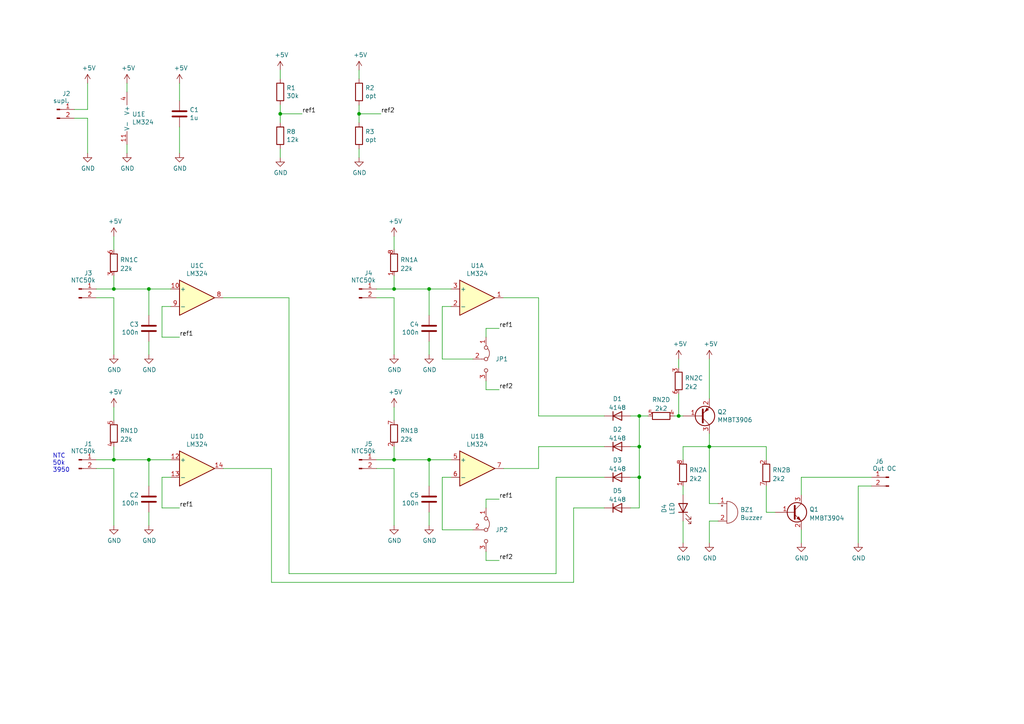
<source format=kicad_sch>
(kicad_sch (version 20211123) (generator eeschema)
  (paper "A4")
  (lib_symbols
    (symbol "Amplifier_Operational:LM324" (pin_names (offset 0.127))
      (property "Reference" "U" (at 0 5.08 0))
      (property "Value" "LM324" (at 0 -5.08 0))
      (symbol "LM324_1_1"
        (polyline (pts (xy -5.08 5.08) (xy 5.08 0) (xy -5.08 -5.08) (xy -5.08 5.08)) (stroke (width 0.254)) (fill (type background)))
        (pin output line (at 7.62 0 180) (length 2.54) (name "~") (number "1"))
        (pin input line (at -7.62 -2.54 0) (length 2.54) (name "-") (number "2"))
        (pin input line (at -7.62 2.54 0) (length 2.54) (name "+") (number "3"))
      )
      (symbol "LM324_2_1"
        (polyline (pts (xy -5.08 5.08) (xy 5.08 0) (xy -5.08 -5.08) (xy -5.08 5.08)) (stroke (width 0.254)) (fill (type background)))
        (pin input line (at -7.62 2.54 0) (length 2.54) (name "+") (number "5"))
        (pin input line (at -7.62 -2.54 0) (length 2.54) (name "-") (number "6"))
        (pin output line (at 7.62 0 180) (length 2.54) (name "~") (number "7"))
      )
      (symbol "LM324_3_1"
        (polyline (pts (xy -5.08 5.08) (xy 5.08 0) (xy -5.08 -5.08) (xy -5.08 5.08)) (stroke (width 0.254)) (fill (type background)))
        (pin input line (at -7.62 2.54 0) (length 2.54) (name "+") (number "10"))
        (pin output line (at 7.62 0 180) (length 2.54) (name "~") (number "8"))
        (pin input line (at -7.62 -2.54 0) (length 2.54) (name "-") (number "9"))
      )
      (symbol "LM324_4_1"
        (polyline (pts (xy -5.08 5.08) (xy 5.08 0) (xy -5.08 -5.08) (xy -5.08 5.08)) (stroke (width 0.254)) (fill (type background)))
        (pin input line (at -7.62 2.54 0) (length 2.54) (name "+") (number "12"))
        (pin input line (at -7.62 -2.54 0) (length 2.54) (name "-") (number "13"))
        (pin output line (at 7.62 0 180) (length 2.54) (name "~") (number "14"))
      )
      (symbol "LM324_5_1"
        (pin power_in line (at -2.54 -7.62 90) (length 3.81) (name "V-") (number "11"))
        (pin power_in line (at -2.54 7.62 270) (length 3.81) (name "V+") (number "4"))
      )
    )
    (symbol "Connector:Conn_01x02_Male" (pin_names (offset 1.016) hide)
      (property "Reference" "J" (at 0 2.54 0))
      (property "Value" "Conn_01x02_Male" (at 0 -5.08 0))
      (symbol "Conn_01x02_Male_1_1"
        (polyline (pts (xy 1.27 -2.54) (xy 0.8636 -2.54)) (stroke (width 0.1524)))
        (polyline (pts (xy 1.27 0) (xy 0.8636 0)) (stroke (width 0.1524)))
        (rectangle (start 0.8636 -2.413) (end 0 -2.667) (stroke (width 0.1524)) (fill (type outline)))
        (rectangle (start 0.8636 0.127) (end 0 -0.127) (stroke (width 0.1524)) (fill (type outline)))
        (pin passive line (at 5.08 0 180) (length 3.81) (name "Pin_1") (number "1"))
        (pin passive line (at 5.08 -2.54 180) (length 3.81) (name "Pin_2") (number "2"))
      )
    )
    (symbol "Device:Buzzer" (pin_names (offset 0.0254) hide)
      (property "Reference" "BZ" (at 3.81 1.27 0))
      (property "Value" "Buzzer" (at 3.81 -1.27 0))
      (symbol "Buzzer_0_1"
        (arc (start 0 -3.175) (mid 3.175 0) (end 0 3.175))
        (polyline (pts (xy -1.651 1.905) (xy -1.143 1.905)))
        (polyline (pts (xy -1.397 2.159) (xy -1.397 1.651)))
        (polyline (pts (xy 0 3.175) (xy 0 -3.175)))
      )
      (symbol "Buzzer_1_1"
        (pin passive line (at -2.54 2.54 0) (length 2.54) (name "-") (number "1"))
        (pin passive line (at -2.54 -2.54 0) (length 2.54) (name "+") (number "2"))
      )
    )
    (symbol "Device:C" (pin_numbers hide) (pin_names (offset 0.254))
      (property "Reference" "C" (at 0.635 2.54 0))
      (property "Value" "C" (at 0.635 -2.54 0))
      (symbol "C_0_1"
        (polyline (pts (xy -2.032 -0.762) (xy 2.032 -0.762)) (stroke (width 0.508)))
        (polyline (pts (xy -2.032 0.762) (xy 2.032 0.762)) (stroke (width 0.508)))
      )
      (symbol "C_1_1"
        (pin passive line (at 0 3.81 270) (length 2.794) (name "~") (number "1"))
        (pin passive line (at 0 -3.81 90) (length 2.794) (name "~") (number "2"))
      )
    )
    (symbol "Device:D" (pin_numbers hide) (pin_names (offset 1.016) hide)
      (property "Reference" "D" (at 0 2.54 0))
      (property "Value" "D" (at 0 -2.54 0))
      (symbol "D_0_1"
        (polyline (pts (xy -1.27 1.27) (xy -1.27 -1.27)) (stroke (width 0.254)))
        (polyline (pts (xy 1.27 0) (xy -1.27 0)))
        (polyline (pts (xy 1.27 1.27) (xy 1.27 -1.27) (xy -1.27 0) (xy 1.27 1.27)) (stroke (width 0.254)))
      )
      (symbol "D_1_1"
        (pin passive line (at -3.81 0 0) (length 2.54) (name "K") (number "1"))
        (pin passive line (at 3.81 0 180) (length 2.54) (name "A") (number "2"))
      )
    )
    (symbol "Device:LED" (pin_numbers hide) (pin_names (offset 1.016) hide)
      (property "Reference" "D" (at 0 2.54 0))
      (property "Value" "LED" (at 0 -2.54 0))
      (symbol "LED_0_1"
        (polyline (pts (xy -1.27 -1.27) (xy -1.27 1.27)) (stroke (width 0.254)))
        (polyline (pts (xy -1.27 0) (xy 1.27 0)))
        (polyline (pts (xy 1.27 -1.27) (xy 1.27 1.27) (xy -1.27 0) (xy 1.27 -1.27)) (stroke (width 0.254)))
        (polyline (pts (xy -3.048 -0.762) (xy -4.572 -2.286) (xy -3.81 -2.286) (xy -4.572 -2.286) (xy -4.572 -1.524)))
        (polyline (pts (xy -1.778 -0.762) (xy -3.302 -2.286) (xy -2.54 -2.286) (xy -3.302 -2.286) (xy -3.302 -1.524)))
      )
      (symbol "LED_1_1"
        (pin passive line (at -3.81 0 0) (length 2.54) (name "K") (number "1"))
        (pin passive line (at 3.81 0 180) (length 2.54) (name "A") (number "2"))
      )
    )
    (symbol "Device:R" (pin_numbers hide) (pin_names (offset 0))
      (property "Reference" "R" (at 2.032 0 90))
      (property "Value" "R" (at 0 0 90))
      (symbol "R_0_1"
        (rectangle (start -1.016 -2.54) (end 1.016 2.54) (stroke (width 0.254)))
      )
      (symbol "R_1_1"
        (pin passive line (at 0 3.81 270) (length 1.27) (name "~") (number "1"))
        (pin passive line (at 0 -3.81 90) (length 1.27) (name "~") (number "2"))
      )
    )
    (symbol "Device:R_Pack04_Split" (pin_names (offset 0) hide)
      (property "Reference" "RN" (at 2.032 0 90))
      (property "Value" "R_Pack04_Split" (at 0 0 90))
      (symbol "R_Pack04_Split_0_1"
        (rectangle (start 1.016 2.54) (end -1.016 -2.54) (stroke (width 0.254)))
      )
      (symbol "R_Pack04_Split_1_1"
        (pin passive line (at 0 -3.81 90) (length 1.27) (name "R1.1") (number "1"))
        (pin passive line (at 0 3.81 270) (length 1.27) (name "R1.2") (number "8"))
      )
      (symbol "R_Pack04_Split_2_1"
        (pin passive line (at 0 -3.81 90) (length 1.27) (name "R2.1") (number "2"))
        (pin passive line (at 0 3.81 270) (length 1.27) (name "R2.2") (number "7"))
      )
      (symbol "R_Pack04_Split_3_1"
        (pin passive line (at 0 -3.81 90) (length 1.27) (name "R3.1") (number "3"))
        (pin passive line (at 0 3.81 270) (length 1.27) (name "R3.2") (number "6"))
      )
      (symbol "R_Pack04_Split_4_1"
        (pin passive line (at 0 -3.81 90) (length 1.27) (name "R4.1") (number "4"))
        (pin passive line (at 0 3.81 270) (length 1.27) (name "R4.2") (number "5"))
      )
    )
    (symbol "Jumper:Jumper_3_Bridged12" (pin_names (offset 0) hide)
      (property "Reference" "JP" (at -2.54 -2.54 0))
      (property "Value" "Jumper_3_Bridged12" (at 0 2.794 0))
      (symbol "Jumper_3_Bridged12_0_0"
        (circle (center -3.302 0) (radius 0.508))
        (circle (center 0 0) (radius 0.508))
        (circle (center 3.302 0) (radius 0.508))
      )
      (symbol "Jumper_3_Bridged12_0_1"
        (arc (start -0.254 0.508) (mid -1.651 0.9912) (end -3.048 0.508))
        (polyline (pts (xy 0 -1.27) (xy 0 -0.508)))
      )
      (symbol "Jumper_3_Bridged12_1_1"
        (pin passive line (at -6.35 0 0) (length 2.54) (name "A") (number "1"))
        (pin passive line (at 0 -3.81 90) (length 2.54) (name "C") (number "2"))
        (pin passive line (at 6.35 0 180) (length 2.54) (name "B") (number "3"))
      )
    )
    (symbol "Transistor_BJT:MMBT3904" (pin_names (offset 0) hide)
      (property "Reference" "Q" (at 5.08 1.905 0))
      (property "Value" "MMBT3904" (at 5.08 0 0))
      (symbol "MMBT3904_0_1"
        (polyline (pts (xy 0.635 0.635) (xy 2.54 2.54)))
        (polyline (pts (xy 0.635 -0.635) (xy 2.54 -2.54) (xy 2.54 -2.54)))
        (polyline (pts (xy 0.635 1.905) (xy 0.635 -1.905) (xy 0.635 -1.905)) (stroke (width 0.508)))
        (polyline (pts (xy 1.27 -1.778) (xy 1.778 -1.27) (xy 2.286 -2.286) (xy 1.27 -1.778) (xy 1.27 -1.778)) (fill (type outline)))
        (circle (center 1.27 0) (radius 2.8194) (stroke (width 0.254)))
      )
      (symbol "MMBT3904_1_1"
        (pin input line (at -5.08 0 0) (length 5.715) (name "B") (number "1"))
        (pin passive line (at 2.54 -5.08 90) (length 2.54) (name "E") (number "2"))
        (pin passive line (at 2.54 5.08 270) (length 2.54) (name "C") (number "3"))
      )
    )
    (symbol "Transistor_BJT:MMBT3906" (pin_names (offset 0) hide)
      (property "Reference" "Q" (at 5.08 1.905 0))
      (property "Value" "MMBT3906" (at 5.08 0 0))
      (symbol "MMBT3906_0_1"
        (polyline (pts (xy 0.635 0.635) (xy 2.54 2.54)))
        (polyline (pts (xy 0.635 -0.635) (xy 2.54 -2.54) (xy 2.54 -2.54)))
        (polyline (pts (xy 0.635 1.905) (xy 0.635 -1.905) (xy 0.635 -1.905)) (stroke (width 0.508)))
        (polyline (pts (xy 2.286 -1.778) (xy 1.778 -2.286) (xy 1.27 -1.27) (xy 2.286 -1.778) (xy 2.286 -1.778)) (fill (type outline)))
        (circle (center 1.27 0) (radius 2.8194) (stroke (width 0.254)))
      )
      (symbol "MMBT3906_1_1"
        (pin input line (at -5.08 0 0) (length 5.715) (name "B") (number "1"))
        (pin passive line (at 2.54 -5.08 90) (length 2.54) (name "E") (number "2"))
        (pin passive line (at 2.54 5.08 270) (length 2.54) (name "C") (number "3"))
      )
    )
    (symbol "power:+5V" (power) (pin_names (offset 0))
      (property "Value" "+5V" (at 0 3.556 0))
      (symbol "+5V_0_1"
        (polyline (pts (xy -0.762 1.27) (xy 0 2.54)))
        (polyline (pts (xy 0 0) (xy 0 2.54)))
        (polyline (pts (xy 0 2.54) (xy 0.762 1.27)))
      )
      (symbol "+5V_1_1"
        (pin power_in line (at 0 0 90) (length 0) hide (name "+5V") (number "1"))
      )
    )
    (symbol "power:GND" (power) (pin_names (offset 0))
      (property "Value" "GND" (at 0 -3.81 0))
      (symbol "GND_0_1"
        (polyline (pts (xy 0 0) (xy 0 -1.27) (xy 1.27 -1.27) (xy 0 -2.54) (xy -1.27 -1.27) (xy 0 -1.27)))
      )
      (symbol "GND_1_1"
        (pin power_in line (at 0 0 270) (length 0) hide (name "GND") (number "1"))
      )
    )
  )
  (junction (at 124.46 83.82))
  (junction (at 185.42 129.54))
  (junction (at 33.02 133.35))
  (junction (at 81.28 33.02))
  (junction (at 185.42 138.43))
  (junction (at 205.74 129.54))
  (junction (at 43.18 133.35))
  (junction (at 104.14 33.02))
  (junction (at 124.46 133.35))
  (junction (at 185.42 120.65))
  (junction (at 114.3 83.82))
  (junction (at 196.85 120.65))
  (junction (at 33.02 83.82))
  (junction (at 114.3 133.35))
  (junction (at 43.18 83.82))
  (wire (pts (xy 166.37 147.32) (xy 166.37 168.91)))
  (wire (pts (xy 195.58 120.65) (xy 196.85 120.65)))
  (wire (pts (xy 109.22 86.36) (xy 114.3 86.36)))
  (wire (pts (xy 140.97 144.78) (xy 144.78 144.78)))
  (wire (pts (xy 104.14 43.18) (xy 104.14 45.72)))
  (wire (pts (xy 33.02 133.35) (xy 33.02 129.54)))
  (wire (pts (xy 83.82 86.36) (xy 83.82 166.37)))
  (wire (pts (xy 49.53 138.43) (xy 46.99 138.43)))
  (wire (pts (xy 27.94 83.82) (xy 33.02 83.82)))
  (wire (pts (xy 114.3 86.36) (xy 114.3 102.87)))
  (wire (pts (xy 140.97 95.25) (xy 144.78 95.25)))
  (wire (pts (xy 43.18 99.06) (xy 43.18 102.87)))
  (wire (pts (xy 21.59 34.29) (xy 25.4 34.29)))
  (wire (pts (xy 114.3 83.82) (xy 114.3 80.01)))
  (wire (pts (xy 185.42 120.65) (xy 187.96 120.65)))
  (wire (pts (xy 208.28 151.13) (xy 205.74 151.13)))
  (wire (pts (xy 49.53 88.9) (xy 46.99 88.9)))
  (wire (pts (xy 198.12 151.13) (xy 198.12 157.48)))
  (wire (pts (xy 232.41 153.67) (xy 232.41 157.48)))
  (wire (pts (xy 36.83 24.13) (xy 36.83 26.67)))
  (wire (pts (xy 182.88 138.43) (xy 185.42 138.43)))
  (wire (pts (xy 140.97 147.32) (xy 140.97 144.78)))
  (wire (pts (xy 104.14 33.02) (xy 110.49 33.02)))
  (wire (pts (xy 52.07 24.13) (xy 52.07 29.21)))
  (wire (pts (xy 198.12 140.97) (xy 198.12 143.51)))
  (wire (pts (xy 114.3 68.58) (xy 114.3 72.39)))
  (wire (pts (xy 25.4 31.75) (xy 25.4 24.13)))
  (wire (pts (xy 27.94 86.36) (xy 33.02 86.36)))
  (wire (pts (xy 140.97 160.02) (xy 140.97 162.56)))
  (wire (pts (xy 182.88 120.65) (xy 185.42 120.65)))
  (wire (pts (xy 33.02 68.58) (xy 33.02 72.39)))
  (wire (pts (xy 156.21 135.89) (xy 146.05 135.89)))
  (wire (pts (xy 175.26 120.65) (xy 156.21 120.65)))
  (wire (pts (xy 128.27 88.9) (xy 128.27 104.14)))
  (wire (pts (xy 124.46 133.35) (xy 124.46 140.97)))
  (wire (pts (xy 124.46 83.82) (xy 124.46 91.44)))
  (wire (pts (xy 156.21 86.36) (xy 146.05 86.36)))
  (wire (pts (xy 81.28 33.02) (xy 87.63 33.02)))
  (wire (pts (xy 33.02 118.11) (xy 33.02 121.92)))
  (wire (pts (xy 196.85 120.65) (xy 198.12 120.65)))
  (wire (pts (xy 128.27 138.43) (xy 128.27 153.67)))
  (wire (pts (xy 33.02 83.82) (xy 43.18 83.82)))
  (wire (pts (xy 21.59 31.75) (xy 25.4 31.75)))
  (wire (pts (xy 222.25 133.35) (xy 222.25 129.54)))
  (wire (pts (xy 232.41 143.51) (xy 232.41 138.43)))
  (wire (pts (xy 252.73 140.97) (xy 248.92 140.97)))
  (wire (pts (xy 114.3 135.89) (xy 114.3 152.4)))
  (wire (pts (xy 166.37 168.91) (xy 78.74 168.91)))
  (wire (pts (xy 140.97 113.03) (xy 144.78 113.03)))
  (wire (pts (xy 104.14 20.32) (xy 104.14 22.86)))
  (wire (pts (xy 78.74 168.91) (xy 78.74 135.89)))
  (wire (pts (xy 140.97 110.49) (xy 140.97 113.03)))
  (wire (pts (xy 205.74 115.57) (xy 205.74 104.14)))
  (wire (pts (xy 124.46 133.35) (xy 130.81 133.35)))
  (wire (pts (xy 43.18 83.82) (xy 43.18 91.44)))
  (wire (pts (xy 175.26 147.32) (xy 166.37 147.32)))
  (wire (pts (xy 161.29 166.37) (xy 161.29 138.43)))
  (wire (pts (xy 46.99 97.79) (xy 52.07 97.79)))
  (wire (pts (xy 161.29 138.43) (xy 175.26 138.43)))
  (wire (pts (xy 81.28 20.32) (xy 81.28 22.86)))
  (wire (pts (xy 196.85 114.3) (xy 196.85 120.65)))
  (wire (pts (xy 205.74 125.73) (xy 205.74 129.54)))
  (wire (pts (xy 46.99 138.43) (xy 46.99 147.32)))
  (wire (pts (xy 109.22 133.35) (xy 114.3 133.35)))
  (wire (pts (xy 232.41 138.43) (xy 252.73 138.43)))
  (wire (pts (xy 25.4 34.29) (xy 25.4 44.45)))
  (wire (pts (xy 33.02 86.36) (xy 33.02 102.87)))
  (wire (pts (xy 182.88 129.54) (xy 185.42 129.54)))
  (wire (pts (xy 175.26 129.54) (xy 156.21 129.54)))
  (wire (pts (xy 114.3 83.82) (xy 124.46 83.82)))
  (wire (pts (xy 198.12 133.35) (xy 198.12 129.54)))
  (wire (pts (xy 222.25 148.59) (xy 222.25 140.97)))
  (wire (pts (xy 114.3 118.11) (xy 114.3 121.92)))
  (wire (pts (xy 81.28 33.02) (xy 81.28 35.56)))
  (wire (pts (xy 205.74 151.13) (xy 205.74 157.48)))
  (wire (pts (xy 124.46 99.06) (xy 124.46 102.87)))
  (wire (pts (xy 33.02 135.89) (xy 33.02 152.4)))
  (wire (pts (xy 156.21 120.65) (xy 156.21 86.36)))
  (wire (pts (xy 196.85 106.68) (xy 196.85 104.14)))
  (wire (pts (xy 81.28 43.18) (xy 81.28 45.72)))
  (wire (pts (xy 248.92 140.97) (xy 248.92 157.48)))
  (wire (pts (xy 46.99 147.32) (xy 52.07 147.32)))
  (wire (pts (xy 109.22 135.89) (xy 114.3 135.89)))
  (wire (pts (xy 114.3 133.35) (xy 124.46 133.35)))
  (wire (pts (xy 27.94 133.35) (xy 33.02 133.35)))
  (wire (pts (xy 104.14 30.48) (xy 104.14 33.02)))
  (wire (pts (xy 124.46 83.82) (xy 130.81 83.82)))
  (wire (pts (xy 137.16 153.67) (xy 128.27 153.67)))
  (wire (pts (xy 182.88 147.32) (xy 185.42 147.32)))
  (wire (pts (xy 185.42 129.54) (xy 185.42 120.65)))
  (wire (pts (xy 137.16 104.14) (xy 128.27 104.14)))
  (wire (pts (xy 205.74 129.54) (xy 205.74 146.05)))
  (wire (pts (xy 130.81 88.9) (xy 128.27 88.9)))
  (wire (pts (xy 78.74 135.89) (xy 64.77 135.89)))
  (wire (pts (xy 64.77 86.36) (xy 83.82 86.36)))
  (wire (pts (xy 43.18 133.35) (xy 49.53 133.35)))
  (wire (pts (xy 140.97 162.56) (xy 144.78 162.56)))
  (wire (pts (xy 52.07 36.83) (xy 52.07 44.45)))
  (wire (pts (xy 43.18 83.82) (xy 49.53 83.82)))
  (wire (pts (xy 81.28 30.48) (xy 81.28 33.02)))
  (wire (pts (xy 43.18 148.59) (xy 43.18 152.4)))
  (wire (pts (xy 43.18 133.35) (xy 43.18 140.97)))
  (wire (pts (xy 124.46 148.59) (xy 124.46 152.4)))
  (wire (pts (xy 130.81 138.43) (xy 128.27 138.43)))
  (wire (pts (xy 185.42 147.32) (xy 185.42 138.43)))
  (wire (pts (xy 198.12 129.54) (xy 205.74 129.54)))
  (wire (pts (xy 46.99 88.9) (xy 46.99 97.79)))
  (wire (pts (xy 222.25 129.54) (xy 205.74 129.54)))
  (wire (pts (xy 185.42 138.43) (xy 185.42 129.54)))
  (wire (pts (xy 27.94 135.89) (xy 33.02 135.89)))
  (wire (pts (xy 208.28 146.05) (xy 205.74 146.05)))
  (wire (pts (xy 36.83 44.45) (xy 36.83 41.91)))
  (wire (pts (xy 140.97 97.79) (xy 140.97 95.25)))
  (wire (pts (xy 114.3 133.35) (xy 114.3 129.54)))
  (wire (pts (xy 224.79 148.59) (xy 222.25 148.59)))
  (wire (pts (xy 109.22 83.82) (xy 114.3 83.82)))
  (wire (pts (xy 104.14 33.02) (xy 104.14 35.56)))
  (wire (pts (xy 83.82 166.37) (xy 161.29 166.37)))
  (wire (pts (xy 156.21 129.54) (xy 156.21 135.89)))
  (wire (pts (xy 33.02 133.35) (xy 43.18 133.35)))
  (wire (pts (xy 33.02 83.82) (xy 33.02 80.01)))
  (text "NTC\n50k\n3950" (at 15.24 137.16 0) (effects (font (size 1.27 1.27)) (justify left bottom)))
  (label "ref1" (at 87.63 33.02 0))
  (label "ref1" (at 144.78 144.78 0))
  (label "ref1" (at 144.78 95.25 0))
  (label "ref2" (at 144.78 162.56 0))
  (label "ref2" (at 144.78 113.03 0))
  (label "ref1" (at 52.07 97.79 0))
  (label "ref2" (at 110.49 33.02 0))
  (label "ref1" (at 52.07 147.32 0))
  (symbol (lib_id "Amplifier_Operational:LM324") (at 138.43 86.36 0) (unit 1)
    (property "Reference" "U1" (at 138.43 77.0382 0))
    (property "Value" "LM324" (at 138.43 79.3496 0))
    (property "Footprint" "Package_SO:SOIC-14_3.9x8.7mm_P1.27mm" (effects hide))
    (property "Datasheet" "http://www.ti.com/lit/ds/symlink/lm2902-n.pdf" (effects hide))
  )
  (symbol (lib_id "Amplifier_Operational:LM324") (at 138.43 135.89 0) (unit 2)
    (property "Reference" "U1" (at 138.43 126.5682 0))
    (property "Value" "LM324" (at 138.43 128.8796 0))
    (property "Footprint" "Package_SO:SOIC-14_3.9x8.7mm_P1.27mm" (effects hide))
    (property "Datasheet" "http://www.ti.com/lit/ds/symlink/lm2902-n.pdf" (effects hide))
  )
  (symbol (lib_id "Amplifier_Operational:LM324") (at 57.15 86.36 0) (unit 3)
    (property "Reference" "U1" (at 57.15 77.0382 0))
    (property "Value" "LM324" (at 57.15 79.3496 0))
    (property "Footprint" "Package_SO:SOIC-14_3.9x8.7mm_P1.27mm" (effects hide))
    (property "Datasheet" "http://www.ti.com/lit/ds/symlink/lm2902-n.pdf" (effects hide))
  )
  (symbol (lib_id "Amplifier_Operational:LM324") (at 57.15 135.89 0) (unit 4)
    (property "Reference" "U1" (at 57.15 126.5682 0))
    (property "Value" "LM324" (at 57.15 128.8796 0))
    (property "Footprint" "Package_SO:SOIC-14_3.9x8.7mm_P1.27mm" (effects hide))
    (property "Datasheet" "http://www.ti.com/lit/ds/symlink/lm2902-n.pdf" (effects hide))
  )
  (symbol (lib_id "Amplifier_Operational:LM324") (at 39.37 34.29 0) (unit 5)
    (property "Reference" "U1" (at 38.3032 33.1216 0) (effects (justify left)))
    (property "Value" "LM324" (at 38.3032 35.433 0) (effects (justify left)))
    (property "Footprint" "Package_SO:SOIC-14_3.9x8.7mm_P1.27mm" (effects hide))
    (property "Datasheet" "http://www.ti.com/lit/ds/symlink/lm2902-n.pdf" (effects hide))
  )
  (symbol (lib_id "Device:R") (at 81.28 39.37 0) (unit 1)
    (property "Reference" "R8" (at 83.058 38.2016 0) (effects (justify left)))
    (property "Value" "12k" (at 83.058 40.513 0) (effects (justify left)))
    (property "Footprint" "Resistor_SMD:R_1206_3216Metric" (effects hide))
  )
  (symbol (lib_id "Device:LED") (at 198.12 147.32 90) (unit 1)
    (property "Reference" "D4" (at 192.6082 147.4978 0))
    (property "Value" "LED" (at 194.9196 147.4978 0))
    (property "Footprint" "LED_THT:LED_D3.0mm" (effects hide))
  )
  (symbol (lib_id "power:+5V") (at 36.83 24.13 0) (unit 1)
    (property "Reference" "#PWR01" (effects hide))
    (property "Value" "+5V" (at 37.211 19.7358 0))
  )
  (symbol (lib_id "power:GND") (at 36.83 44.45 0) (unit 1)
    (property "Reference" "#PWR04" (effects hide))
    (property "Value" "GND" (at 36.957 48.8442 0))
  )
  (symbol (lib_id "Connector:Conn_01x02_Male") (at 22.86 133.35 0) (unit 1)
    (property "Reference" "J1" (at 25.6032 128.7526 0))
    (property "Value" "NTC50k" (at 24.13 130.81 0))
    (property "Footprint" "Connector_PinSocket_2.54mm:PinSocket_1x02_P2.54mm_Vertical" (effects hide))
  )
  (symbol (lib_id "power:GND") (at 33.02 152.4 0) (unit 1)
    (property "Reference" "#PWR08" (effects hide))
    (property "Value" "GND" (at 33.147 156.7942 0))
  )
  (symbol (lib_id "Device:C") (at 43.18 144.78 0) (mirror x) (unit 1)
    (property "Reference" "C2" (at 40.259 143.6116 0) (effects (justify right)))
    (property "Value" "100n" (at 40.259 145.923 0) (effects (justify right)))
    (property "Footprint" "Capacitor_SMD:C_0805_2012Metric" (effects hide))
  )
  (symbol (lib_id "power:GND") (at 43.18 152.4 0) (unit 1)
    (property "Reference" "#PWR09" (effects hide))
    (property "Value" "GND" (at 43.307 156.7942 0))
  )
  (symbol (lib_id "power:+5V") (at 33.02 118.11 0) (unit 1)
    (property "Reference" "#PWR06" (effects hide))
    (property "Value" "+5V" (at 33.401 113.7158 0))
  )
  (symbol (lib_id "Device:C") (at 52.07 33.02 0) (unit 1)
    (property "Reference" "C1" (at 54.991 31.8516 0) (effects (justify left)))
    (property "Value" "1u" (at 54.991 34.163 0) (effects (justify left)))
    (property "Footprint" "Capacitor_SMD:C_0805_2012Metric" (effects hide))
  )
  (symbol (lib_id "power:+5V") (at 52.07 24.13 0) (unit 1)
    (property "Reference" "#PWR02" (effects hide))
    (property "Value" "+5V" (at 52.451 19.7358 0))
  )
  (symbol (lib_id "power:GND") (at 52.07 44.45 0) (unit 1)
    (property "Reference" "#PWR05" (effects hide))
    (property "Value" "GND" (at 52.197 48.8442 0))
  )
  (symbol (lib_id "Device:Buzzer") (at 210.82 148.59 0) (unit 1)
    (property "Reference" "BZ1" (at 214.6808 147.8534 0) (effects (justify left)))
    (property "Value" "Buzzer" (at 214.6808 150.1648 0) (effects (justify left)))
    (property "Footprint" "Buzzer_Beeper:MagneticBuzzer_Kingstate_KCG0601" (effects hide))
  )
  (symbol (lib_id "Connector:Conn_01x02_Male") (at 16.51 31.75 0) (unit 1)
    (property "Reference" "J2" (at 19.2532 27.1526 0))
    (property "Value" "supl." (at 17.78 29.21 0))
    (property "Footprint" "Connector_PinSocket_2.54mm:PinSocket_1x02_P2.54mm_Vertical" (effects hide))
  )
  (symbol (lib_id "power:+5V") (at 25.4 24.13 0) (unit 1)
    (property "Reference" "#PWR0101" (effects hide))
    (property "Value" "+5V" (at 25.781 19.7358 0))
  )
  (symbol (lib_id "power:GND") (at 25.4 44.45 0) (unit 1)
    (property "Reference" "#PWR0102" (effects hide))
    (property "Value" "GND" (at 25.527 48.8442 0))
  )
  (symbol (lib_id "Connector:Conn_01x02_Male") (at 104.14 133.35 0) (unit 1)
    (property "Reference" "J5" (at 106.8832 128.7526 0))
    (property "Value" "NTC50k" (at 105.41 130.81 0))
    (property "Footprint" "Connector_PinSocket_2.54mm:PinSocket_1x02_P2.54mm_Vertical" (effects hide))
  )
  (symbol (lib_id "power:GND") (at 198.12 157.48 0) (unit 1)
    (property "Reference" "#PWR0121" (effects hide))
    (property "Value" "GND" (at 198.247 161.8742 0))
  )
  (symbol (lib_id "power:GND") (at 124.46 102.87 0) (unit 1)
    (property "Reference" "#PWR0114" (effects hide))
    (property "Value" "GND" (at 124.587 107.2642 0))
  )
  (symbol (lib_id "Connector:Conn_01x02_Male") (at 22.86 83.82 0) (unit 1)
    (property "Reference" "J3" (at 25.6032 79.2226 0))
    (property "Value" "NTC50k" (at 24.13 81.28 0))
    (property "Footprint" "Connector_PinSocket_2.54mm:PinSocket_1x02_P2.54mm_Vertical" (effects hide))
  )
  (symbol (lib_id "Device:R") (at 81.28 26.67 0) (unit 1)
    (property "Reference" "R1" (at 83.058 25.5016 0) (effects (justify left)))
    (property "Value" "30k" (at 83.058 27.813 0) (effects (justify left)))
    (property "Footprint" "Resistor_SMD:R_1206_3216Metric" (effects hide))
  )
  (symbol (lib_id "Jumper:Jumper_3_Bridged12") (at 140.97 153.67 270) (unit 1)
    (property "Reference" "JP2" (at 145.534 153.67 90))
    (property "Value" "Jumper_3_Bridged12" (effects hide))
    (property "Footprint" "Jumper:SolderJumper-3_P1.3mm_Bridged12_RoundedPad1.0x1.5mm_NumberLabels" (effects hide))
  )
  (symbol (lib_id "power:GND") (at 43.18 102.87 0) (unit 1)
    (property "Reference" "#PWR0109" (effects hide))
    (property "Value" "GND" (at 43.307 107.2642 0))
  )
  (symbol (lib_id "Device:R") (at 104.14 26.67 0) (unit 1)
    (property "Reference" "R2" (at 105.918 25.5016 0) (effects (justify left)))
    (property "Value" "opt" (at 105.918 27.813 0) (effects (justify left)))
    (property "Footprint" "Resistor_SMD:R_1206_3216Metric" (effects hide))
  )
  (symbol (lib_id "Device:C") (at 124.46 144.78 0) (mirror x) (unit 1)
    (property "Reference" "C5" (at 121.539 143.6116 0) (effects (justify right)))
    (property "Value" "100n" (at 121.539 145.923 0) (effects (justify right)))
    (property "Footprint" "Capacitor_SMD:C_0805_2012Metric" (effects hide))
  )
  (symbol (lib_id "Transistor_BJT:MMBT3906") (at 203.2 120.65 0) (mirror x) (unit 1)
    (property "Reference" "Q2" (at 208.0514 119.4816 0) (effects (justify left)))
    (property "Value" "MMBT3906" (at 208.0514 121.793 0) (effects (justify left)))
    (property "Footprint" "Package_TO_SOT_SMD:SOT-23" (effects hide))
    (property "Datasheet" "https://www.onsemi.com/pub/Collateral/2N3906-D.PDF" (effects hide))
  )
  (symbol (lib_id "power:GND") (at 81.28 45.72 0) (unit 1)
    (property "Reference" "#PWR0105" (effects hide))
    (property "Value" "GND" (at 81.407 50.1142 0))
  )
  (symbol (lib_id "power:+5V") (at 196.85 104.14 0) (unit 1)
    (property "Reference" "#PWR0117" (effects hide))
    (property "Value" "+5V" (at 197.231 99.7458 0))
  )
  (symbol (lib_id "power:+5V") (at 114.3 118.11 0) (unit 1)
    (property "Reference" "#PWR0113" (effects hide))
    (property "Value" "+5V" (at 114.681 113.7158 0))
  )
  (symbol (lib_id "power:GND") (at 33.02 102.87 0) (unit 1)
    (property "Reference" "#PWR0110" (effects hide))
    (property "Value" "GND" (at 33.147 107.2642 0))
  )
  (symbol (lib_id "Device:R_Pack04_Split") (at 33.02 125.73 0) (unit 4)
    (property "Reference" "RN1" (at 34.798 124.8953 0) (effects (justify left)))
    (property "Value" "22k" (at 34.798 127.4322 0) (effects (justify left)))
    (property "Footprint" "Resistor_SMD:R_Array_Convex_4x0603" (effects hide))
  )
  (symbol (lib_id "power:GND") (at 205.74 157.48 0) (unit 1)
    (property "Reference" "#PWR0118" (effects hide))
    (property "Value" "GND" (at 205.867 161.8742 0))
  )
  (symbol (lib_id "Device:R") (at 104.14 39.37 0) (unit 1)
    (property "Reference" "R3" (at 105.918 38.2016 0) (effects (justify left)))
    (property "Value" "opt" (at 105.918 40.513 0) (effects (justify left)))
    (property "Footprint" "Resistor_SMD:R_1206_3216Metric" (effects hide))
  )
  (symbol (lib_id "power:+5V") (at 114.3 68.58 0) (unit 1)
    (property "Reference" "#PWR0108" (effects hide))
    (property "Value" "+5V" (at 114.681 64.1858 0))
  )
  (symbol (lib_id "Connector:Conn_01x02_Male") (at 257.81 138.43 0) (mirror y) (unit 1)
    (property "Reference" "J6" (at 255.0668 133.8326 0))
    (property "Value" "Out OC" (at 256.54 135.89 0))
    (property "Footprint" "Connector_PinSocket_2.54mm:PinSocket_1x02_P2.54mm_Vertical" (effects hide))
  )
  (symbol (lib_id "Connector:Conn_01x02_Male") (at 104.14 83.82 0) (unit 1)
    (property "Reference" "J4" (at 106.8832 79.2226 0))
    (property "Value" "NTC50k" (at 105.41 81.28 0))
    (property "Footprint" "Connector_PinSocket_2.54mm:PinSocket_1x02_P2.54mm_Vertical" (effects hide))
  )
  (symbol (lib_id "power:+5V") (at 205.74 104.14 0) (unit 1)
    (property "Reference" "#PWR0116" (effects hide))
    (property "Value" "+5V" (at 206.121 99.7458 0))
  )
  (symbol (lib_id "Device:D") (at 179.07 138.43 0) (unit 1)
    (property "Reference" "D3" (at 179.07 133.4602 0))
    (property "Value" "4148" (at 179.07 135.9971 0))
    (property "Footprint" "Diode_SMD:D_MiniMELF" (effects hide))
  )
  (symbol (lib_id "Device:D") (at 179.07 147.32 0) (unit 1)
    (property "Reference" "D5" (at 179.07 142.3502 0))
    (property "Value" "4148" (at 179.07 144.8871 0))
    (property "Footprint" "Diode_SMD:D_MiniMELF" (effects hide))
  )
  (symbol (lib_id "Device:R_Pack04_Split") (at 33.02 76.2 0) (unit 3)
    (property "Reference" "RN1" (at 34.798 75.3653 0) (effects (justify left)))
    (property "Value" "22k" (at 34.798 77.9022 0) (effects (justify left)))
    (property "Footprint" "Resistor_SMD:R_Array_Convex_4x0603" (effects hide))
  )
  (symbol (lib_id "Device:C") (at 124.46 95.25 0) (mirror x) (unit 1)
    (property "Reference" "C4" (at 121.539 94.0816 0) (effects (justify right)))
    (property "Value" "100n" (at 121.539 96.393 0) (effects (justify right)))
    (property "Footprint" "Capacitor_SMD:C_0805_2012Metric" (effects hide))
  )
  (symbol (lib_id "power:GND") (at 124.46 152.4 0) (unit 1)
    (property "Reference" "#PWR0111" (effects hide))
    (property "Value" "GND" (at 124.587 156.7942 0))
  )
  (symbol (lib_id "power:+5V") (at 33.02 68.58 0) (unit 1)
    (property "Reference" "#PWR0103" (effects hide))
    (property "Value" "+5V" (at 33.401 64.1858 0))
  )
  (symbol (lib_id "Device:R_Pack04_Split") (at 191.77 120.65 90) (unit 4)
    (property "Reference" "RN2" (at 191.77 115.9342 90))
    (property "Value" "2k2" (at 191.77 118.4711 90))
    (property "Footprint" "Resistor_SMD:R_Array_Convex_4x0603" (effects hide))
  )
  (symbol (lib_id "Device:C") (at 43.18 95.25 0) (mirror x) (unit 1)
    (property "Reference" "C3" (at 40.259 94.0816 0) (effects (justify right)))
    (property "Value" "100n" (at 40.259 96.393 0) (effects (justify right)))
    (property "Footprint" "Capacitor_SMD:C_0805_2012Metric" (effects hide))
  )
  (symbol (lib_id "Device:D") (at 179.07 120.65 0) (unit 1)
    (property "Reference" "D1" (at 179.07 115.6802 0))
    (property "Value" "4148" (at 179.07 118.2171 0))
    (property "Footprint" "Diode_SMD:D_MiniMELF" (effects hide))
  )
  (symbol (lib_id "power:+5V") (at 104.14 20.32 0) (unit 1)
    (property "Reference" "#PWR0104" (effects hide))
    (property "Value" "+5V" (at 104.521 15.9258 0))
  )
  (symbol (lib_id "Jumper:Jumper_3_Bridged12") (at 140.97 104.14 270) (unit 1)
    (property "Reference" "JP1" (at 145.534 104.14 90))
    (property "Value" "Jumper_3_Bridged12" (effects hide))
    (property "Footprint" "Jumper:SolderJumper-3_P1.3mm_Bridged12_RoundedPad1.0x1.5mm_NumberLabels" (effects hide))
  )
  (symbol (lib_id "power:+5V") (at 81.28 20.32 0) (unit 1)
    (property "Reference" "#PWR0107" (effects hide))
    (property "Value" "+5V" (at 81.661 15.9258 0))
  )
  (symbol (lib_id "power:GND") (at 104.14 45.72 0) (unit 1)
    (property "Reference" "#PWR0106" (effects hide))
    (property "Value" "GND" (at 104.267 50.1142 0))
  )
  (symbol (lib_id "power:GND") (at 114.3 102.87 0) (unit 1)
    (property "Reference" "#PWR0115" (effects hide))
    (property "Value" "GND" (at 114.427 107.2642 0))
  )
  (symbol (lib_id "Device:R_Pack04_Split") (at 198.12 137.16 0) (unit 1)
    (property "Reference" "RN2" (at 199.898 136.3253 0) (effects (justify left)))
    (property "Value" "2k2" (at 199.898 138.8622 0) (effects (justify left)))
    (property "Footprint" "Resistor_SMD:R_Array_Convex_4x0603" (effects hide))
  )
  (symbol (lib_id "Device:R_Pack04_Split") (at 222.25 137.16 180) (unit 2)
    (property "Reference" "RN2" (at 224.028 136.3253 0) (effects (justify right)))
    (property "Value" "2k2" (at 224.028 138.8622 0) (effects (justify right)))
    (property "Footprint" "Resistor_SMD:R_Array_Convex_4x0603" (effects hide))
  )
  (symbol (lib_id "Device:R_Pack04_Split") (at 114.3 76.2 0) (unit 1)
    (property "Reference" "RN1" (at 116.078 75.3653 0) (effects (justify left)))
    (property "Value" "22k" (at 116.078 77.9022 0) (effects (justify left)))
    (property "Footprint" "Resistor_SMD:R_Array_Convex_4x0603" (effects hide))
  )
  (symbol (lib_id "power:GND") (at 248.92 157.48 0) (unit 1)
    (property "Reference" "#PWR0120" (effects hide))
    (property "Value" "GND" (at 249.047 161.8742 0))
  )
  (symbol (lib_id "Device:R_Pack04_Split") (at 114.3 125.73 0) (unit 2)
    (property "Reference" "RN1" (at 116.078 124.8953 0) (effects (justify left)))
    (property "Value" "22k" (at 116.078 127.4322 0) (effects (justify left)))
    (property "Footprint" "Resistor_SMD:R_Array_Convex_4x0603" (effects hide))
  )
  (symbol (lib_id "Transistor_BJT:MMBT3904") (at 229.87 148.59 0) (unit 1)
    (property "Reference" "Q1" (at 234.7214 147.7553 0) (effects (justify left)))
    (property "Value" "MMBT3904" (at 234.7214 150.2922 0) (effects (justify left)))
    (property "Footprint" "Package_TO_SOT_SMD:SOT-23" (effects hide))
    (property "Datasheet" "https://www.onsemi.com/pub/Collateral/2N3903-D.PDF" (effects hide))
  )
  (symbol (lib_id "Device:D") (at 179.07 129.54 0) (unit 1)
    (property "Reference" "D2" (at 179.07 124.5702 0))
    (property "Value" "4148" (at 179.07 127.1071 0))
    (property "Footprint" "Diode_SMD:D_MiniMELF" (effects hide))
  )
  (symbol (lib_id "power:GND") (at 114.3 152.4 0) (unit 1)
    (property "Reference" "#PWR0112" (effects hide))
    (property "Value" "GND" (at 114.427 156.7942 0))
  )
  (symbol (lib_id "Device:R_Pack04_Split") (at 196.85 110.49 180) (unit 3)
    (property "Reference" "RN2" (at 198.628 109.6553 0) (effects (justify right)))
    (property "Value" "2k2" (at 198.628 112.1922 0) (effects (justify right)))
    (property "Footprint" "Resistor_SMD:R_Array_Convex_4x0603" (effects hide))
  )
  (symbol (lib_id "power:GND") (at 232.41 157.48 0) (unit 1)
    (property "Reference" "#PWR0119" (effects hide))
    (property "Value" "GND" (at 232.537 161.8742 0))
  )
)
</source>
